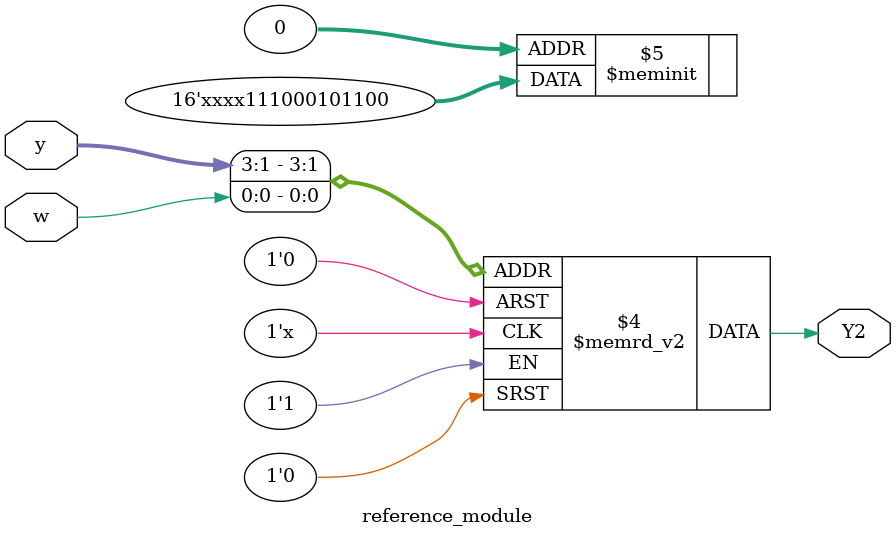
<source format=sv>
module reference_module(
	input [3:1] y,
	input w,
	output reg Y2);
	
	always_comb begin
		case ({y, w})
			4'h0: Y2 = 1'b0;
			4'h1: Y2 = 1'b0;
			4'h2: Y2 = 1'b1;
			4'h3: Y2 = 1'b1;
			4'h4: Y2 = 1'b0;
			4'h5: Y2 = 1'b1;
			4'h6: Y2 = 1'b0;
			4'h7: Y2 = 1'b0;
			4'h8: Y2 = 1'b0;
			4'h9: Y2 = 1'b1;
			4'ha: Y2 = 1'b1;
			4'hb: Y2 = 1'b1;
			default: Y2 = 1'bx;
		endcase
	end
	
endmodule

</source>
